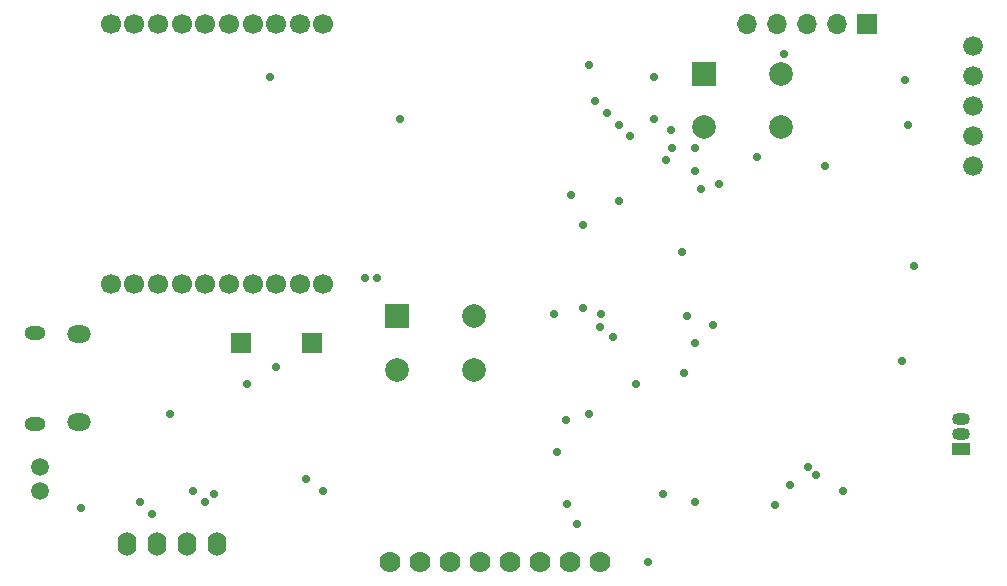
<source format=gbr>
%TF.GenerationSoftware,KiCad,Pcbnew,8.0.5*%
%TF.CreationDate,2024-11-27T11:25:17-05:00*%
%TF.ProjectId,Alfond PCB,416c666f-6e64-4205-9043-422e6b696361,rev?*%
%TF.SameCoordinates,Original*%
%TF.FileFunction,Copper,L2,Inr*%
%TF.FilePolarity,Positive*%
%FSLAX46Y46*%
G04 Gerber Fmt 4.6, Leading zero omitted, Abs format (unit mm)*
G04 Created by KiCad (PCBNEW 8.0.5) date 2024-11-27 11:25:17*
%MOMM*%
%LPD*%
G01*
G04 APERTURE LIST*
%TA.AperFunction,ComponentPad*%
%ADD10R,1.700000X1.700000*%
%TD*%
%TA.AperFunction,ComponentPad*%
%ADD11C,1.778000*%
%TD*%
%TA.AperFunction,ComponentPad*%
%ADD12R,1.500000X1.050000*%
%TD*%
%TA.AperFunction,ComponentPad*%
%ADD13O,1.500000X1.050000*%
%TD*%
%TA.AperFunction,ComponentPad*%
%ADD14C,1.676400*%
%TD*%
%TA.AperFunction,ComponentPad*%
%ADD15C,1.508000*%
%TD*%
%TA.AperFunction,ComponentPad*%
%ADD16R,2.000000X2.000000*%
%TD*%
%TA.AperFunction,ComponentPad*%
%ADD17C,2.000000*%
%TD*%
%TA.AperFunction,ComponentPad*%
%ADD18C,1.700000*%
%TD*%
%TA.AperFunction,ComponentPad*%
%ADD19O,1.800000X1.150000*%
%TD*%
%TA.AperFunction,ComponentPad*%
%ADD20O,2.000000X1.450000*%
%TD*%
%TA.AperFunction,ComponentPad*%
%ADD21O,1.700000X1.700000*%
%TD*%
%TA.AperFunction,ComponentPad*%
%ADD22O,1.600000X2.000000*%
%TD*%
%TA.AperFunction,ViaPad*%
%ADD23C,0.700000*%
%TD*%
G04 APERTURE END LIST*
D10*
%TO.N,/INA+*%
%TO.C,INA+*%
X180500000Y-77500000D03*
%TD*%
D11*
%TO.N,VBus*%
%TO.C,INA260*%
X198190000Y-96000000D03*
%TO.N,Alert*%
X200730000Y-96000000D03*
%TO.N,/I2C3_SDA*%
X203270000Y-96000000D03*
%TO.N,/I2C3_SCL*%
X205810000Y-96000000D03*
%TO.N,GND*%
X208350000Y-96000000D03*
%TO.N,+3.3V*%
X210890000Y-96000000D03*
X193110000Y-96000000D03*
X195650000Y-96000000D03*
%TD*%
D10*
%TO.N,/INA-*%
%TO.C,INA-*%
X186500000Y-77500000D03*
%TD*%
D12*
%TO.N,GND*%
%TO.C,U1*%
X241500000Y-86500000D03*
D13*
%TO.N,/UART4_TX*%
X241500000Y-85230000D03*
%TO.N,+3.3V*%
X241500000Y-83960000D03*
%TD*%
D14*
%TO.N,/I2C2_SDA*%
%TO.C,MS8607*%
X242500000Y-62540000D03*
%TO.N,/I2C2_SCL*%
X242500000Y-60000000D03*
%TO.N,GND*%
X242500000Y-57460000D03*
%TO.N,N/C*%
X242500000Y-54920000D03*
%TO.N,+3.3V*%
X242500000Y-52380000D03*
%TD*%
D15*
%TO.N,GND*%
%TO.C,P1*%
X163500000Y-88000000D03*
%TO.N,/INA+*%
X163500000Y-90000000D03*
%TD*%
D16*
%TO.N,GND*%
%TO.C,S1*%
X219750000Y-54750000D03*
D17*
X226250000Y-54750000D03*
%TO.N,/NRST*%
X219750000Y-59250000D03*
X226250000Y-59250000D03*
%TD*%
D18*
%TO.N,+3.3V*%
%TO.C,MOD1*%
X169500000Y-72500000D03*
%TO.N,/UART5_RX*%
X171500000Y-72500000D03*
%TO.N,/UART5_TX*%
X173500000Y-72500000D03*
%TO.N,unconnected-(MOD1-DO8-Pad4)*%
X175500000Y-72500000D03*
%TO.N,unconnected-(MOD1-~{Reset}-Pad5)*%
X177500000Y-72500000D03*
%TO.N,unconnected-(MOD1-PWM0{slash}RSSI-Pad6)*%
X179500000Y-72500000D03*
%TO.N,unconnected-(MOD1-PWM1-Pad7)*%
X181500000Y-72500000D03*
%TO.N,unconnected-(MOD1-Reserved-Pad8)*%
X183500000Y-72500000D03*
%TO.N,/GPIO_SLEEP_XBEE*%
X185500000Y-72500000D03*
%TO.N,GND*%
X187500000Y-72500000D03*
%TO.N,unconnected-(MOD1-AD4{slash}DIO4-Pad11)*%
X187500000Y-50500000D03*
%TO.N,unconnected-(MOD1-DIO7{slash}~{CTS}-Pad12)*%
X185500000Y-50500000D03*
%TO.N,Net-(D4-A)*%
X183500000Y-50500000D03*
%TO.N,unconnected-(MOD1-VREF-Pad14)*%
X181500000Y-50500000D03*
%TO.N,unconnected-(MOD1-AD5{slash}DIO5-Pad15)*%
X179500000Y-50500000D03*
%TO.N,unconnected-(MOD1-AD6{slash}DIO6{slash}~{RTS}-Pad16)*%
X177500000Y-50500000D03*
%TO.N,unconnected-(MOD1-AD3{slash}DIO3-Pad17)*%
X175500000Y-50500000D03*
%TO.N,unconnected-(MOD1-AD2{slash}DIO2-Pad18)*%
X173500000Y-50500000D03*
%TO.N,unconnected-(MOD1-AD1{slash}DIO1-Pad19)*%
X171500000Y-50500000D03*
%TO.N,unconnected-(MOD1-AD0{slash}DIO0-Pad20)*%
X169500000Y-50500000D03*
%TD*%
D19*
%TO.N,unconnected-(J5-Shield-Pad6)_2*%
%TO.C,J5*%
X163050000Y-76625000D03*
D20*
%TO.N,unconnected-(J5-Shield-Pad6)_3*%
X166850000Y-76775000D03*
%TO.N,unconnected-(J5-Shield-Pad6)_1*%
X166850000Y-84225000D03*
D19*
%TO.N,unconnected-(J5-Shield-Pad6)*%
X163050000Y-84375000D03*
%TD*%
D10*
%TO.N,+3.3V*%
%TO.C,J3*%
X233540000Y-50500000D03*
D21*
%TO.N,/SWD_DIO*%
X231000000Y-50500000D03*
%TO.N,/SWD_CLK*%
X228460000Y-50500000D03*
%TO.N,/NRST*%
X225920000Y-50500000D03*
%TO.N,GND*%
X223380000Y-50500000D03*
%TD*%
D22*
%TO.N,GND*%
%TO.C,Brd1*%
X170880000Y-94500000D03*
%TO.N,+3.3V*%
X173420000Y-94500000D03*
%TO.N,/I2C1_SCL*%
X175960000Y-94500000D03*
%TO.N,/I2C1_SDA*%
X178500000Y-94500000D03*
%TD*%
D16*
%TO.N,GND*%
%TO.C,S2*%
X193750000Y-75250000D03*
D17*
X200250000Y-75250000D03*
%TO.N,Net-(R3-Pad1)*%
X193750000Y-79750000D03*
X200250000Y-79750000D03*
%TD*%
D23*
%TO.N,/I2C1_SCL*%
X219500000Y-64500000D03*
X212500000Y-65500000D03*
X191000000Y-72000000D03*
%TO.N,GND*%
X194000000Y-58500000D03*
X229175736Y-88675736D03*
X226500000Y-53000000D03*
X237000000Y-59000000D03*
X215500000Y-55000000D03*
X178250000Y-90250000D03*
X220500000Y-76000000D03*
X173000000Y-92000000D03*
X176500000Y-90000000D03*
X216500000Y-62000000D03*
X218000000Y-80000000D03*
X219000000Y-77500000D03*
%TO.N,/I2C1_SDA*%
X209500000Y-67500000D03*
X192000000Y-72000000D03*
X221000000Y-64000000D03*
%TO.N,+3.3V*%
X227000000Y-89500000D03*
X236750000Y-55250000D03*
X218250000Y-75250000D03*
X186000000Y-89000000D03*
X216250000Y-90250000D03*
X217828705Y-69828705D03*
X231500000Y-90000000D03*
X225750000Y-91250000D03*
X177500000Y-91000000D03*
X187500000Y-90000000D03*
X215000000Y-96000000D03*
%TO.N,/HSE_OUT*%
X207000000Y-75000000D03*
X209500000Y-74500000D03*
%TO.N,/NRST*%
X211000000Y-75000000D03*
X208500000Y-65000000D03*
X216950000Y-59500000D03*
X213500000Y-60000000D03*
%TO.N,/INA-*%
X174500000Y-83500000D03*
X183500000Y-79500000D03*
%TO.N,Net-(D4-A)*%
X183000000Y-55000000D03*
%TO.N,/I2C2_SCL*%
X236500000Y-79000000D03*
%TO.N,/I2C2_SDA*%
X228500000Y-88000000D03*
%TO.N,/I2C3_SDA*%
X212000000Y-77000000D03*
X208100000Y-91170000D03*
X208000000Y-84000000D03*
X210000000Y-83500000D03*
%TO.N,/INA+*%
X181000000Y-81000000D03*
X167000000Y-91500000D03*
X172000000Y-91000000D03*
%TO.N,/I2C3_SCL*%
X209000000Y-92810000D03*
X210955841Y-76152990D03*
%TO.N,/UART5_TX*%
X211500000Y-58000000D03*
X224253705Y-61746295D03*
X217012873Y-61012873D03*
%TO.N,/UART5_RX*%
X210500000Y-57000000D03*
%TO.N,/GPIO_SLEEP_XBEE*%
X212500000Y-59000000D03*
X219000000Y-61000000D03*
X215500000Y-58500000D03*
%TO.N,/UART4_TX*%
X219000000Y-91000000D03*
X214000000Y-81000000D03*
%TO.N,Net-(SW1-B)*%
X210000000Y-54000000D03*
X219000000Y-62900000D03*
%TO.N,/SWD_DIO*%
X237500000Y-71000000D03*
%TO.N,/SWD_CLK*%
X230000000Y-62500000D03*
%TO.N,Net-(R3-Pad1)*%
X207250000Y-86750000D03*
%TD*%
M02*

</source>
